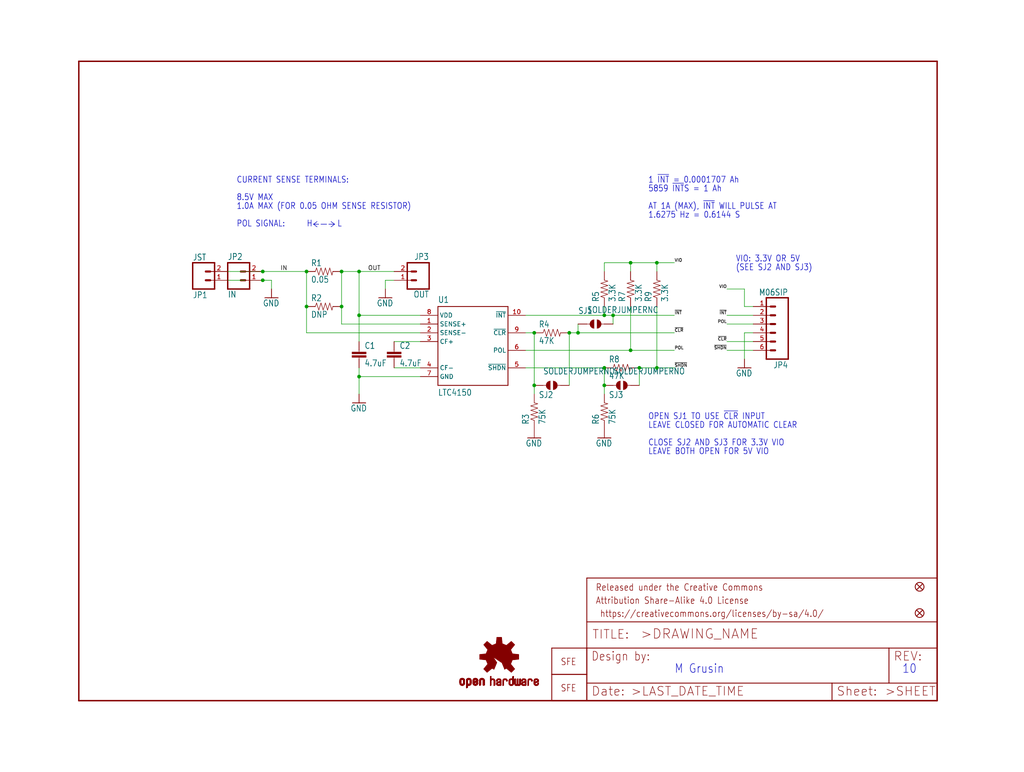
<source format=kicad_sch>
(kicad_sch (version 20211123) (generator eeschema)
  (paper "User" 297.002 223.926)
  (lib_symbols
    (symbol "schematicEagle-eagle-import:CAP0603-CAP"
      (property "Reference" "C" (at 1.524 2.921 0))
      (property "Value" "CAP0603-CAP" (at 1.524 -2.159 0))
      (symbol "CAP0603-CAP_1_0"
        (pin passive line (at 0 5.08 270) (length 2.54) (name "1") (number "1"))
        (pin passive line (at 0 -2.54 90) (length 2.54) (name "2") (number "2"))
      )
    )
    (symbol "schematicEagle-eagle-import:FIDUCIAL1X2")
    (symbol "schematicEagle-eagle-import:FRAME-LETTER"
      (symbol "FRAME-LETTER_2_0"
        (text " https://creativecommons.org/licenses/by-sa/4.0/" (at 2.54 24.13 0) (effects (font (size 1.9304 1.6408)) (justify left bottom)))
        (text ">DRAWING_NAME" (at 15.494 17.78 0) (effects (font (size 2.7432 2.7432)) (justify left bottom)))
        (text ">LAST_DATE_TIME" (at 12.7 1.27 0) (effects (font (size 2.54 2.54)) (justify left bottom)))
        (text ">SHEET" (at 86.36 1.27 0) (effects (font (size 2.54 2.54)) (justify left bottom)))
        (text "Attribution Share-Alike 4.0 License" (at 2.54 27.94 0) (effects (font (size 1.9304 1.6408)) (justify left bottom)))
        (text "Date:" (at 1.27 1.27 0) (effects (font (size 2.54 2.54)) (justify left bottom)))
        (text "Design by:" (at 1.27 11.43 0) (effects (font (size 2.54 2.159)) (justify left bottom)))
        (text "Released under the Creative Commons" (at 2.54 31.75 0) (effects (font (size 1.9304 1.6408)) (justify left bottom)))
        (text "REV:" (at 88.9 11.43 0) (effects (font (size 2.54 2.54)) (justify left bottom)))
        (text "Sheet:" (at 72.39 1.27 0) (effects (font (size 2.54 2.54)) (justify left bottom)))
        (text "TITLE:" (at 1.524 17.78 0) (effects (font (size 2.54 2.54)) (justify left bottom)))
      )
    )
    (symbol "schematicEagle-eagle-import:GND" (power)
      (property "Value" "GND" (at -2.54 -2.54 0))
      (symbol "GND_1_0"
        (pin power_in line (at 0 2.54 270) (length 2.54) (name "GND") (number "1"))
      )
    )
    (symbol "schematicEagle-eagle-import:LOGO-SFENW2"
      (symbol "LOGO-SFENW2_1_0"
        (text "SFE" (at 0 0 0) (effects (font (size 1.9304 1.6408)) (justify left bottom)))
      )
    )
    (symbol "schematicEagle-eagle-import:LOGO-SFESK"
      (symbol "LOGO-SFESK_1_0"
        (text "SFE" (at 0 0 0) (effects (font (size 1.9304 1.6408)) (justify left bottom)))
      )
    )
    (symbol "schematicEagle-eagle-import:LTC4150"
      (property "Reference" "U" (at -10.16 13.716 0))
      (property "Value" "LTC4150" (at -10.16 -13.208 0))
      (symbol "LTC4150_1_0"
        (pin bidirectional line (at -15.24 7.62 0) (length 5.08) (name "SENSE+") (number "1"))
        (pin bidirectional line (at 15.24 10.16 180) (length 5.08) (name "~{INT}") (number "10"))
        (pin bidirectional line (at -15.24 5.08 0) (length 5.08) (name "SENSE-") (number "2"))
        (pin bidirectional line (at -15.24 2.54 0) (length 5.08) (name "CF+") (number "3"))
        (pin bidirectional line (at -15.24 -5.08 0) (length 5.08) (name "CF-") (number "4"))
        (pin input line (at 15.24 -5.08 180) (length 5.08) (name "~{SHDN}") (number "5"))
        (pin bidirectional line (at 15.24 0 180) (length 5.08) (name "POL") (number "6"))
        (pin power_in line (at -15.24 -7.62 0) (length 5.08) (name "GND") (number "7"))
        (pin power_in line (at -15.24 10.16 0) (length 5.08) (name "VDD") (number "8"))
        (pin bidirectional line (at 15.24 5.08 180) (length 5.08) (name "~{CLR}") (number "9"))
      )
    )
    (symbol "schematicEagle-eagle-import:M02-JST-2MM-SMT"
      (property "Reference" "JP" (at -2.54 5.842 0))
      (property "Value" "M02-JST-2MM-SMT" (at -2.54 -5.08 0))
      (symbol "M02-JST-2MM-SMT_1_0"
        (pin passive line (at 7.62 2.54 180) (length 5.08) (name "2") (number "1"))
        (pin passive line (at 7.62 0 180) (length 5.08) (name "1") (number "2"))
      )
    )
    (symbol "schematicEagle-eagle-import:M02PTH"
      (property "Reference" "JP" (at -2.54 5.842 0))
      (property "Value" "M02PTH" (at -2.54 -5.08 0))
      (symbol "M02PTH_1_0"
        (pin passive line (at 7.62 0 180) (length 5.08) (name "1") (number "1"))
        (pin passive line (at 7.62 2.54 180) (length 5.08) (name "2") (number "2"))
      )
    )
    (symbol "schematicEagle-eagle-import:M06SIP"
      (property "Reference" "JP" (at -5.08 10.922 0))
      (property "Value" "M06SIP" (at -5.08 -10.16 0))
      (symbol "M06SIP_1_0"
        (pin passive line (at 5.08 -5.08 180) (length 5.08) (name "1") (number "1"))
        (pin passive line (at 5.08 -2.54 180) (length 5.08) (name "2") (number "2"))
        (pin passive line (at 5.08 0 180) (length 5.08) (name "3") (number "3"))
        (pin passive line (at 5.08 2.54 180) (length 5.08) (name "4") (number "4"))
        (pin passive line (at 5.08 5.08 180) (length 5.08) (name "5") (number "5"))
        (pin passive line (at 5.08 7.62 180) (length 5.08) (name "6") (number "6"))
      )
    )
    (symbol "schematicEagle-eagle-import:OSHW-LOGOS")
    (symbol "schematicEagle-eagle-import:RESISTOR0603-RES"
      (property "Reference" "R" (at -3.81 1.4986 0))
      (property "Value" "RESISTOR0603-RES" (at -3.81 -3.302 0))
      (symbol "RESISTOR0603-RES_1_0"
        (pin passive line (at -5.08 0 0) (length 2.54) (name "1") (number "1"))
        (pin passive line (at 5.08 0 180) (length 2.54) (name "2") (number "2"))
      )
    )
    (symbol "schematicEagle-eagle-import:RESISTOR1206"
      (property "Reference" "R" (at -3.81 1.4986 0))
      (property "Value" "RESISTOR1206" (at -3.81 -3.302 0))
      (symbol "RESISTOR1206_1_0"
        (pin passive line (at -5.08 0 0) (length 2.54) (name "1") (number "1"))
        (pin passive line (at 5.08 0 180) (length 2.54) (name "2") (number "2"))
      )
    )
    (symbol "schematicEagle-eagle-import:RESISTORAXIAL-0.3"
      (property "Reference" "R" (at -3.81 1.4986 0))
      (property "Value" "RESISTORAXIAL-0.3" (at -3.81 -3.302 0))
      (symbol "RESISTORAXIAL-0.3_1_0"
        (pin passive line (at -5.08 0 0) (length 2.54) (name "1") (number "P$1"))
        (pin passive line (at 5.08 0 180) (length 2.54) (name "2") (number "P$2"))
      )
    )
    (symbol "schematicEagle-eagle-import:SOLDERJUMPERNC"
      (property "Reference" "SJ" (at -2.54 2.54 0))
      (property "Value" "SOLDERJUMPERNC" (at -2.54 -5.08 0))
      (symbol "SOLDERJUMPERNC_1_0"
        (pin passive line (at -5.08 0 0) (length 2.54) (name "1") (number "1"))
        (pin passive line (at 5.08 0 180) (length 2.54) (name "2") (number "2"))
      )
    )
    (symbol "schematicEagle-eagle-import:SOLDERJUMPERNO"
      (property "Reference" "SJ" (at -2.54 2.54 0))
      (property "Value" "SOLDERJUMPERNO" (at -2.54 -5.08 0))
      (symbol "SOLDERJUMPERNO_1_0"
        (pin passive line (at -5.08 0 0) (length 2.54) (name "1") (number "1"))
        (pin passive line (at 5.08 0 180) (length 2.54) (name "2") (number "2"))
      )
    )
  )
  (junction (at 154.94 96.52))
  (junction (at 76.2 81.28))
  (junction (at 88.9 78.74))
  (junction (at 167.64 96.52))
  (junction (at 99.06 78.74))
  (junction (at 104.14 109.22))
  (junction (at 165.1 96.52))
  (junction (at 175.26 91.44))
  (junction (at 182.88 76.2))
  (junction (at 99.06 88.9))
  (junction (at 185.42 106.68))
  (junction (at 76.2 78.74))
  (junction (at 190.5 76.2))
  (junction (at 182.88 101.6))
  (junction (at 190.5 106.68))
  (junction (at 154.94 111.76))
  (junction (at 175.26 111.76))
  (junction (at 104.14 78.74))
  (junction (at 175.26 106.68))
  (junction (at 104.14 91.44))
  (junction (at 177.8 91.44))
  (junction (at 88.9 88.9))
  (wire (pts (xy 66.04 78.74) (xy 76.2 78.74)))
  (wire (pts (xy 167.64 96.52) (xy 195.58 96.52)))
  (wire (pts (xy 121.92 109.22) (xy 104.14 109.22)))
  (wire (pts (xy 88.9 88.9) (xy 88.9 96.52)))
  (wire (pts (xy 218.44 88.9) (xy 215.9 88.9)))
  (polyline (pts (xy 90.932 65.024) (xy 91.948 65.786)))
  (wire (pts (xy 190.5 76.2) (xy 195.58 76.2)))
  (wire (pts (xy 182.88 78.74) (xy 182.88 76.2)))
  (wire (pts (xy 104.14 109.22) (xy 104.14 114.3)))
  (wire (pts (xy 78.74 81.28) (xy 76.2 81.28)))
  (polyline (pts (xy 96.012 64.262) (xy 97.028 65.024)))
  (wire (pts (xy 182.88 88.9) (xy 182.88 101.6)))
  (wire (pts (xy 104.14 91.44) (xy 104.14 78.74)))
  (wire (pts (xy 218.44 91.44) (xy 210.82 91.44)))
  (polyline (pts (xy 90.932 65.024) (xy 91.948 64.262)))
  (wire (pts (xy 175.26 78.74) (xy 175.26 76.2)))
  (wire (pts (xy 99.06 93.98) (xy 121.92 93.98)))
  (wire (pts (xy 215.9 96.52) (xy 218.44 96.52)))
  (wire (pts (xy 185.42 106.68) (xy 190.5 106.68)))
  (wire (pts (xy 182.88 76.2) (xy 190.5 76.2)))
  (wire (pts (xy 99.06 78.74) (xy 104.14 78.74)))
  (wire (pts (xy 99.06 88.9) (xy 99.06 93.98)))
  (wire (pts (xy 76.2 78.74) (xy 88.9 78.74)))
  (wire (pts (xy 167.64 93.98) (xy 167.64 96.52)))
  (wire (pts (xy 121.92 96.52) (xy 88.9 96.52)))
  (wire (pts (xy 152.4 91.44) (xy 175.26 91.44)))
  (wire (pts (xy 218.44 93.98) (xy 210.82 93.98)))
  (wire (pts (xy 121.92 106.68) (xy 114.3 106.68)))
  (wire (pts (xy 66.04 81.28) (xy 76.2 81.28)))
  (wire (pts (xy 175.26 91.44) (xy 177.8 91.44)))
  (wire (pts (xy 88.9 88.9) (xy 88.9 78.74)))
  (wire (pts (xy 190.5 106.68) (xy 195.58 106.68)))
  (wire (pts (xy 114.3 99.06) (xy 121.92 99.06)))
  (wire (pts (xy 154.94 114.3) (xy 154.94 111.76)))
  (wire (pts (xy 165.1 96.52) (xy 167.64 96.52)))
  (wire (pts (xy 165.1 96.52) (xy 165.1 111.76)))
  (wire (pts (xy 104.14 91.44) (xy 121.92 91.44)))
  (wire (pts (xy 175.26 106.68) (xy 175.26 111.76)))
  (wire (pts (xy 215.9 83.82) (xy 210.82 83.82)))
  (wire (pts (xy 114.3 81.28) (xy 111.76 81.28)))
  (wire (pts (xy 111.76 81.28) (xy 111.76 83.82)))
  (wire (pts (xy 185.42 111.76) (xy 185.42 106.68)))
  (wire (pts (xy 175.26 106.68) (xy 152.4 106.68)))
  (wire (pts (xy 154.94 96.52) (xy 152.4 96.52)))
  (polyline (pts (xy 97.028 65.024) (xy 90.932 65.024)))
  (wire (pts (xy 99.06 78.74) (xy 99.06 88.9)))
  (wire (pts (xy 175.26 76.2) (xy 182.88 76.2)))
  (wire (pts (xy 218.44 99.06) (xy 210.82 99.06)))
  (wire (pts (xy 175.26 114.3) (xy 175.26 111.76)))
  (wire (pts (xy 78.74 81.28) (xy 78.74 83.82)))
  (wire (pts (xy 104.14 99.06) (xy 104.14 91.44)))
  (wire (pts (xy 190.5 88.9) (xy 190.5 106.68)))
  (polyline (pts (xy 97.028 65.024) (xy 96.012 65.786)))
  (wire (pts (xy 190.5 78.74) (xy 190.5 76.2)))
  (wire (pts (xy 104.14 109.22) (xy 104.14 106.68)))
  (wire (pts (xy 114.3 78.74) (xy 104.14 78.74)))
  (wire (pts (xy 152.4 101.6) (xy 182.88 101.6)))
  (wire (pts (xy 215.9 88.9) (xy 215.9 83.82)))
  (wire (pts (xy 177.8 91.44) (xy 195.58 91.44)))
  (wire (pts (xy 154.94 111.76) (xy 154.94 96.52)))
  (wire (pts (xy 175.26 88.9) (xy 175.26 91.44)))
  (wire (pts (xy 182.88 101.6) (xy 195.58 101.6)))
  (wire (pts (xy 215.9 104.14) (xy 215.9 96.52)))
  (wire (pts (xy 177.8 93.98) (xy 177.8 91.44)))
  (wire (pts (xy 218.44 101.6) (xy 210.82 101.6)))
  (text "1 ~{INT} = 0.0001707 Ah" (at 187.96 53.34 180) (effects (font (size 1.778 1.5113)) (justify left bottom)))
  (text "H" (at 88.9 66.04 180) (effects (font (size 1.778 1.5113)) (justify left bottom)))
  (text "5859 ~{INT}S = 1 Ah" (at 187.96 55.88 180) (effects (font (size 1.778 1.5113)) (justify left bottom)))
  (text "L" (at 97.79 66.04 180) (effects (font (size 1.778 1.5113)) (justify left bottom)))
  (text "OPEN SJ1 TO USE ~{CLR} INPUT" (at 187.96 121.92 180) (effects (font (size 1.778 1.5113)) (justify left bottom)))
  (text "LEAVE BOTH OPEN FOR 5V VIO" (at 187.96 132.08 180) (effects (font (size 1.778 1.5113)) (justify left bottom)))
  (text "CLOSE SJ2 AND SJ3 FOR 3.3V VIO" (at 187.96 129.54 180) (effects (font (size 1.778 1.5113)) (justify left bottom)))
  (text "AT 1A (MAX), ~{INT} WILL PULSE AT" (at 187.96 60.96 180) (effects (font (size 1.778 1.5113)) (justify left bottom)))
  (text "CURRENT SENSE TERMINALS:" (at 68.58 53.34 180) (effects (font (size 1.778 1.5113)) (justify left bottom)))
  (text "1.0A MAX (FOR 0.05 OHM SENSE RESISTOR)" (at 68.58 60.96 180) (effects (font (size 1.778 1.5113)) (justify left bottom)))
  (text "LEAVE CLOSED FOR AUTOMATIC CLEAR" (at 187.96 124.46 180) (effects (font (size 1.778 1.5113)) (justify left bottom)))
  (text "VIO: 3.3V OR 5V" (at 213.36 76.2 180) (effects (font (size 1.778 1.5113)) (justify left bottom)))
  (text "1.6275 Hz = 0.6144 S" (at 187.96 63.5 180) (effects (font (size 1.778 1.5113)) (justify left bottom)))
  (text "(SEE SJ2 AND SJ3)" (at 213.36 78.74 180) (effects (font (size 1.778 1.5113)) (justify left bottom)))
  (text "10" (at 261.62 195.58 180) (effects (font (size 2.54 2.159)) (justify left bottom)))
  (text "M Grusin" (at 195.58 195.58 180) (effects (font (size 2.54 2.159)) (justify left bottom)))
  (text "POL SIGNAL:" (at 68.58 66.04 180) (effects (font (size 1.778 1.5113)) (justify left bottom)))
  (text "8.5V MAX" (at 68.58 58.42 180) (effects (font (size 1.778 1.5113)) (justify left bottom)))
  (label "POL" (at 210.82 93.98 180) (effects (font (size 0.889 0.889))))
  (label "~{CLR}" (at 210.82 99.06 180) (effects (font (size 0.889 0.889))))
  (label "POL" (at 195.58 101.6 0) (effects (font (size 0.889 0.889))))
  (label "VIO" (at 195.58 76.2 0) (effects (font (size 0.889 0.889))))
  (label "OUT" (at 106.68 78.74 0) (effects (font (size 1.2446 1.2446))))
  (label "IN" (at 81.28 78.74 0) (effects (font (size 1.2446 1.2446))))
  (label "VIO" (at 210.82 83.82 180) (effects (font (size 0.889 0.889))))
  (label "~{CLR}" (at 195.58 96.52 0) (effects (font (size 0.889 0.889))))
  (label "~{INT}" (at 210.82 91.44 180) (effects (font (size 0.889 0.889))))
  (label "~{INT}" (at 195.58 91.44 0) (effects (font (size 0.889 0.889))))
  (label "~{SHDN}" (at 210.82 101.6 180) (effects (font (size 0.889 0.889))))
  (label "~{SHDN}" (at 195.58 106.68 0) (effects (font (size 0.889 0.889))))
  (symbol (lib_id "schematicEagle-eagle-import:RESISTOR0603-RES") (at 182.88 83.82 90) (unit 1)
    (property "Reference" "R7" (at 181.3814 87.63 0) (effects (font (size 1.778 1.5113)) (justify left bottom)))
    (property "Value" "3.3K" (at 186.182 87.63 0) (effects (font (size 1.778 1.5113)) (justify left bottom)))
    (property "Footprint" "schematicEagle:0603-RES" (effects hide))
  )
  (symbol (lib_id "schematicEagle-eagle-import:RESISTOR0603-RES") (at 180.34 106.68 0) (unit 1)
    (property "Reference" "R8" (at 176.53 105.1814 0) (effects (font (size 1.778 1.5113)) (justify left bottom)))
    (property "Value" "47K" (at 176.53 109.982 0) (effects (font (size 1.778 1.5113)) (justify left bottom)))
    (property "Footprint" "schematicEagle:0603-RES" (effects hide))
  )
  (symbol (lib_id "schematicEagle-eagle-import:LTC4150") (at 137.16 101.6 0) (unit 1)
    (property "Reference" "U1" (at 127 87.884 0) (effects (font (size 1.778 1.5113)) (justify left bottom)))
    (property "Value" "LTC4150" (at 127 114.808 0) (effects (font (size 1.778 1.5113)) (justify left bottom)))
    (property "Footprint" "schematicEagle:MSOP10" (effects hide))
  )
  (symbol (lib_id "schematicEagle-eagle-import:M02PTH") (at 68.58 81.28 0) (unit 1)
    (property "Reference" "JP2" (at 66.04 75.438 0) (effects (font (size 1.778 1.5113)) (justify left bottom)))
    (property "Value" "IN" (at 66.04 86.36 0) (effects (font (size 1.778 1.5113)) (justify left bottom)))
    (property "Footprint" "schematicEagle:1X02" (effects hide))
  )
  (symbol (lib_id "schematicEagle-eagle-import:RESISTOR0603-RES") (at 175.26 119.38 90) (unit 1)
    (property "Reference" "R6" (at 173.7614 123.19 0) (effects (font (size 1.778 1.5113)) (justify left bottom)))
    (property "Value" "75K" (at 178.562 123.19 0) (effects (font (size 1.778 1.5113)) (justify left bottom)))
    (property "Footprint" "schematicEagle:0603-RES" (effects hide))
  )
  (symbol (lib_id "schematicEagle-eagle-import:M06SIP") (at 223.52 93.98 180) (unit 1)
    (property "Reference" "JP4" (at 228.6 104.902 0) (effects (font (size 1.778 1.5113)) (justify left bottom)))
    (property "Value" "M06SIP" (at 228.6 83.82 0) (effects (font (size 1.778 1.5113)) (justify left bottom)))
    (property "Footprint" "schematicEagle:1X06" (effects hide))
  )
  (symbol (lib_id "schematicEagle-eagle-import:RESISTOR1206") (at 93.98 78.74 0) (unit 1)
    (property "Reference" "R1" (at 90.17 77.2414 0) (effects (font (size 1.778 1.5113)) (justify left bottom)))
    (property "Value" "0.05" (at 90.17 82.042 0) (effects (font (size 1.778 1.5113)) (justify left bottom)))
    (property "Footprint" "schematicEagle:1206" (effects hide))
  )
  (symbol (lib_id "schematicEagle-eagle-import:LOGO-SFESK") (at 162.56 200.66 0) (unit 1)
    (property "Reference" "LOGO3" (effects hide))
    (property "Value" "LOGO-SFESK" (effects hide))
    (property "Footprint" "schematicEagle:SFE-LOGO-FLAME" (effects hide))
  )
  (symbol (lib_id "schematicEagle-eagle-import:FIDUCIAL1X2") (at 266.7 170.18 0) (unit 1)
    (property "Reference" "FID1" (effects hide))
    (property "Value" "FIDUCIAL1X2" (effects hide))
    (property "Footprint" "schematicEagle:FIDUCIAL-1X2" (effects hide))
  )
  (symbol (lib_id "schematicEagle-eagle-import:GND") (at 111.76 86.36 0) (unit 1)
    (property "Reference" "#GND5" (effects hide))
    (property "Value" "GND" (at 109.22 88.9 0) (effects (font (size 1.778 1.5113)) (justify left bottom)))
    (property "Footprint" "schematicEagle:" (effects hide))
  )
  (symbol (lib_id "schematicEagle-eagle-import:OSHW-LOGOS") (at 144.78 190.5 0) (unit 1)
    (property "Reference" "LOGO1" (effects hide))
    (property "Value" "OSHW-LOGOS" (effects hide))
    (property "Footprint" "schematicEagle:OSHW-LOGO-S" (effects hide))
  )
  (symbol (lib_id "schematicEagle-eagle-import:RESISTOR0603-RES") (at 175.26 83.82 90) (unit 1)
    (property "Reference" "R5" (at 173.7614 87.63 0) (effects (font (size 1.778 1.5113)) (justify left bottom)))
    (property "Value" "3.3K" (at 178.562 87.63 0) (effects (font (size 1.778 1.5113)) (justify left bottom)))
    (property "Footprint" "schematicEagle:0603-RES" (effects hide))
  )
  (symbol (lib_id "schematicEagle-eagle-import:GND") (at 78.74 86.36 0) (unit 1)
    (property "Reference" "#GND4" (effects hide))
    (property "Value" "GND" (at 76.2 88.9 0) (effects (font (size 1.778 1.5113)) (justify left bottom)))
    (property "Footprint" "schematicEagle:" (effects hide))
  )
  (symbol (lib_id "schematicEagle-eagle-import:RESISTOR0603-RES") (at 190.5 83.82 90) (unit 1)
    (property "Reference" "R9" (at 189.0014 87.63 0) (effects (font (size 1.778 1.5113)) (justify left bottom)))
    (property "Value" "3.3K" (at 193.802 87.63 0) (effects (font (size 1.778 1.5113)) (justify left bottom)))
    (property "Footprint" "schematicEagle:0603-RES" (effects hide))
  )
  (symbol (lib_id "schematicEagle-eagle-import:M02PTH") (at 121.92 81.28 0) (mirror y) (unit 1)
    (property "Reference" "JP3" (at 124.46 75.438 0) (effects (font (size 1.778 1.5113)) (justify left bottom)))
    (property "Value" "OUT" (at 124.46 86.36 0) (effects (font (size 1.778 1.5113)) (justify left bottom)))
    (property "Footprint" "schematicEagle:1X02" (effects hide))
  )
  (symbol (lib_id "schematicEagle-eagle-import:CAP0603-CAP") (at 104.14 104.14 0) (unit 1)
    (property "Reference" "C1" (at 105.664 101.219 0) (effects (font (size 1.778 1.5113)) (justify left bottom)))
    (property "Value" "4.7uF" (at 105.664 106.299 0) (effects (font (size 1.778 1.5113)) (justify left bottom)))
    (property "Footprint" "schematicEagle:0603-CAP" (effects hide))
  )
  (symbol (lib_id "schematicEagle-eagle-import:GND") (at 175.26 127 0) (unit 1)
    (property "Reference" "#GND2" (effects hide))
    (property "Value" "GND" (at 172.72 129.54 0) (effects (font (size 1.778 1.5113)) (justify left bottom)))
    (property "Footprint" "schematicEagle:" (effects hide))
  )
  (symbol (lib_id "schematicEagle-eagle-import:CAP0603-CAP") (at 114.3 104.14 0) (unit 1)
    (property "Reference" "C2" (at 115.824 101.219 0) (effects (font (size 1.778 1.5113)) (justify left bottom)))
    (property "Value" "4.7uF" (at 115.824 106.299 0) (effects (font (size 1.778 1.5113)) (justify left bottom)))
    (property "Footprint" "schematicEagle:0603-CAP" (effects hide))
  )
  (symbol (lib_id "schematicEagle-eagle-import:GND") (at 154.94 127 0) (unit 1)
    (property "Reference" "#GND1" (effects hide))
    (property "Value" "GND" (at 152.4 129.54 0) (effects (font (size 1.778 1.5113)) (justify left bottom)))
    (property "Footprint" "schematicEagle:" (effects hide))
  )
  (symbol (lib_id "schematicEagle-eagle-import:FRAME-LETTER") (at 170.18 203.2 0) (unit 2)
    (property "Reference" "FRAME1" (effects hide))
    (property "Value" "FRAME-LETTER" (effects hide))
    (property "Footprint" "schematicEagle:CREATIVE_COMMONS" (effects hide))
  )
  (symbol (lib_id "schematicEagle-eagle-import:RESISTOR0603-RES") (at 160.02 96.52 0) (unit 1)
    (property "Reference" "R4" (at 156.21 95.0214 0) (effects (font (size 1.778 1.5113)) (justify left bottom)))
    (property "Value" "47K" (at 156.21 99.822 0) (effects (font (size 1.778 1.5113)) (justify left bottom)))
    (property "Footprint" "schematicEagle:0603-RES" (effects hide))
  )
  (symbol (lib_id "schematicEagle-eagle-import:RESISTORAXIAL-0.3") (at 93.98 88.9 0) (unit 1)
    (property "Reference" "R2" (at 90.17 87.4014 0) (effects (font (size 1.778 1.5113)) (justify left bottom)))
    (property "Value" "DNP" (at 90.17 92.202 0) (effects (font (size 1.778 1.5113)) (justify left bottom)))
    (property "Footprint" "schematicEagle:AXIAL-0.3" (effects hide))
  )
  (symbol (lib_id "schematicEagle-eagle-import:SOLDERJUMPERNC") (at 172.72 93.98 0) (mirror x) (unit 1)
    (property "Reference" "SJ1" (at 167.64 89.154 0) (effects (font (size 1.778 1.5113)) (justify left bottom)))
    (property "Value" "SOLDERJUMPERNC" (at 170.18 88.9 0) (effects (font (size 1.778 1.5113)) (justify left bottom)))
    (property "Footprint" "schematicEagle:SJ_2S" (effects hide))
  )
  (symbol (lib_id "schematicEagle-eagle-import:SOLDERJUMPERNO") (at 160.02 111.76 0) (mirror x) (unit 1)
    (property "Reference" "SJ2" (at 156.21 113.538 0) (effects (font (size 1.778 1.5113)) (justify left bottom)))
    (property "Value" "SOLDERJUMPERNO" (at 157.48 106.68 0) (effects (font (size 1.778 1.5113)) (justify left bottom)))
    (property "Footprint" "schematicEagle:SJ_2S-NO" (effects hide))
  )
  (symbol (lib_id "schematicEagle-eagle-import:FIDUCIAL1X2") (at 266.7 177.8 0) (unit 1)
    (property "Reference" "FID2" (effects hide))
    (property "Value" "FIDUCIAL1X2" (effects hide))
    (property "Footprint" "schematicEagle:FIDUCIAL-1X2" (effects hide))
  )
  (symbol (lib_id "schematicEagle-eagle-import:FRAME-LETTER") (at 22.86 203.2 0) (unit 1)
    (property "Reference" "FRAME1" (effects hide))
    (property "Value" "FRAME-LETTER" (effects hide))
    (property "Footprint" "schematicEagle:CREATIVE_COMMONS" (effects hide))
  )
  (symbol (lib_id "schematicEagle-eagle-import:M02-JST-2MM-SMT") (at 58.42 78.74 0) (mirror x) (unit 1)
    (property "Reference" "JP1" (at 55.88 84.582 0) (effects (font (size 1.778 1.5113)) (justify left bottom)))
    (property "Value" "JST" (at 55.88 73.66 0) (effects (font (size 1.778 1.5113)) (justify left bottom)))
    (property "Footprint" "schematicEagle:JST-2-SMD" (effects hide))
  )
  (symbol (lib_id "schematicEagle-eagle-import:RESISTOR0603-RES") (at 154.94 119.38 90) (unit 1)
    (property "Reference" "R3" (at 153.4414 123.19 0) (effects (font (size 1.778 1.5113)) (justify left bottom)))
    (property "Value" "75K" (at 158.242 123.19 0) (effects (font (size 1.778 1.5113)) (justify left bottom)))
    (property "Footprint" "schematicEagle:0603-RES" (effects hide))
  )
  (symbol (lib_id "schematicEagle-eagle-import:LOGO-SFENW2") (at 162.56 193.04 0) (unit 1)
    (property "Reference" "LOGO2" (effects hide))
    (property "Value" "LOGO-SFENW2" (effects hide))
    (property "Footprint" "schematicEagle:SFE-NEW-WEB" (effects hide))
  )
  (symbol (lib_id "schematicEagle-eagle-import:GND") (at 215.9 106.68 0) (unit 1)
    (property "Reference" "#GND6" (effects hide))
    (property "Value" "GND" (at 213.36 109.22 0) (effects (font (size 1.778 1.5113)) (justify left bottom)))
    (property "Footprint" "schematicEagle:" (effects hide))
  )
  (symbol (lib_id "schematicEagle-eagle-import:SOLDERJUMPERNO") (at 180.34 111.76 0) (mirror x) (unit 1)
    (property "Reference" "SJ3" (at 176.53 113.538 0) (effects (font (size 1.778 1.5113)) (justify left bottom)))
    (property "Value" "SOLDERJUMPERNO" (at 177.8 106.68 0) (effects (font (size 1.778 1.5113)) (justify left bottom)))
    (property "Footprint" "schematicEagle:SJ_2S-NO" (effects hide))
  )
  (symbol (lib_id "schematicEagle-eagle-import:GND") (at 104.14 116.84 0) (unit 1)
    (property "Reference" "#GND3" (effects hide))
    (property "Value" "GND" (at 101.6 119.38 0) (effects (font (size 1.778 1.5113)) (justify left bottom)))
    (property "Footprint" "schematicEagle:" (effects hide))
  )
)
</source>
